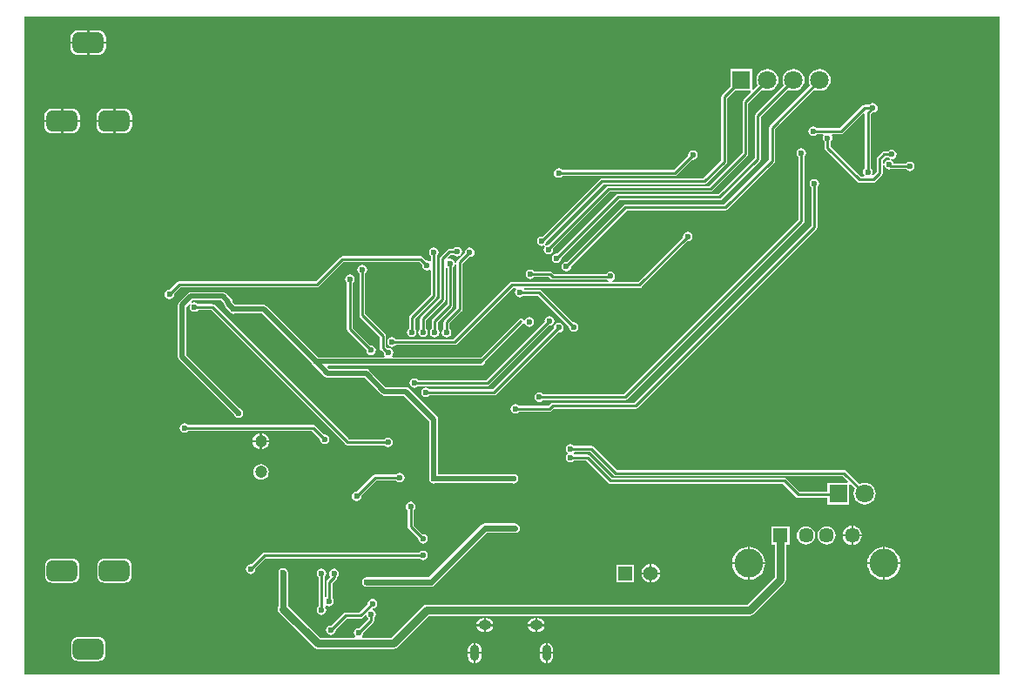
<source format=gbl>
G04*
G04 #@! TF.GenerationSoftware,Altium Limited,Altium Designer,20.0.13 (296)*
G04*
G04 Layer_Physical_Order=2*
G04 Layer_Color=16711680*
%FSLAX25Y25*%
%MOIN*%
G70*
G01*
G75*
%ADD10C,0.00984*%
%ADD11C,0.01968*%
%ADD14C,0.02362*%
%ADD67C,0.07087*%
%ADD73C,0.02953*%
G04:AMPARAMS|DCode=121|XSize=78.74mil|YSize=118.11mil|CornerRadius=19.68mil|HoleSize=0mil|Usage=FLASHONLY|Rotation=90.000|XOffset=0mil|YOffset=0mil|HoleType=Round|Shape=RoundedRectangle|*
%AMROUNDEDRECTD121*
21,1,0.07874,0.07874,0,0,90.0*
21,1,0.03937,0.11811,0,0,90.0*
1,1,0.03937,0.03937,0.01968*
1,1,0.03937,0.03937,-0.01968*
1,1,0.03937,-0.03937,-0.01968*
1,1,0.03937,-0.03937,0.01968*
%
%ADD121ROUNDEDRECTD121*%
%ADD122R,0.07087X0.07087*%
%ADD123R,0.05709X0.05709*%
%ADD124C,0.05709*%
%ADD125C,0.11024*%
%ADD126C,0.04724*%
%ADD127C,0.05512*%
%ADD128R,0.05512X0.05512*%
%ADD129O,0.03543X0.06102*%
%ADD130O,0.04921X0.03740*%
%ADD131C,0.02362*%
%ADD132C,0.01968*%
G36*
X470276Y97835D02*
X96850D01*
Y349803D01*
X470276D01*
Y97835D01*
D02*
G37*
%LPC*%
G36*
X125236Y344630D02*
X121693D01*
Y340276D01*
X128016D01*
Y341850D01*
X127921Y342570D01*
X127644Y343240D01*
X127202Y343816D01*
X126626Y344258D01*
X125956Y344535D01*
X125236Y344630D01*
D02*
G37*
G36*
X120905D02*
X117362D01*
X116643Y344535D01*
X115972Y344258D01*
X115397Y343816D01*
X114955Y343240D01*
X114677Y342570D01*
X114583Y341850D01*
Y340276D01*
X120905D01*
Y344630D01*
D02*
G37*
G36*
X128016Y339488D02*
X121693D01*
Y335134D01*
X125236D01*
X125956Y335228D01*
X126626Y335506D01*
X127202Y335948D01*
X127644Y336524D01*
X127921Y337194D01*
X128016Y337913D01*
Y339488D01*
D02*
G37*
G36*
X120905D02*
X114583D01*
Y337913D01*
X114677Y337194D01*
X114955Y336524D01*
X115397Y335948D01*
X115972Y335506D01*
X116643Y335228D01*
X117362Y335134D01*
X120905D01*
Y339488D01*
D02*
G37*
G36*
X381299Y329800D02*
X380210Y329656D01*
X379195Y329236D01*
X378323Y328567D01*
X377654Y327695D01*
X377233Y326680D01*
X377090Y325590D01*
X377233Y324501D01*
X377631Y323540D01*
X375972Y321882D01*
X375472Y322089D01*
Y329764D01*
X367126D01*
Y323035D01*
X363955Y319864D01*
X363707Y319493D01*
X363620Y319055D01*
Y294765D01*
X356810Y287955D01*
X317913D01*
X317476Y287868D01*
X317104Y287620D01*
X295073Y265588D01*
X294882Y265626D01*
X294175Y265486D01*
X293576Y265085D01*
X293176Y264486D01*
X293035Y263779D01*
X293176Y263073D01*
X293576Y262474D01*
X294175Y262074D01*
X294882Y261933D01*
X295588Y262074D01*
X295656Y262119D01*
X296017Y261758D01*
X295735Y261336D01*
X295594Y260630D01*
X295735Y259923D01*
X296135Y259324D01*
X296734Y258924D01*
X297441Y258783D01*
X298148Y258924D01*
X298747Y259324D01*
X299147Y259923D01*
X299287Y260630D01*
X299217Y260985D01*
X320946Y282714D01*
X359449D01*
X359887Y282801D01*
X360258Y283049D01*
X373644Y296435D01*
X373892Y296806D01*
X373979Y297244D01*
Y316652D01*
X379249Y321923D01*
X380210Y321525D01*
X381299Y321381D01*
X382389Y321525D01*
X383404Y321945D01*
X384276Y322614D01*
X384945Y323486D01*
X385365Y324501D01*
X385508Y325590D01*
X385365Y326680D01*
X384945Y327695D01*
X384276Y328567D01*
X383404Y329236D01*
X382389Y329656D01*
X381299Y329800D01*
D02*
G37*
G36*
X401299D02*
X400210Y329656D01*
X399195Y329236D01*
X398323Y328567D01*
X397654Y327695D01*
X397233Y326680D01*
X397090Y325590D01*
X397233Y324501D01*
X397631Y323540D01*
X382262Y308171D01*
X382014Y307800D01*
X381927Y307362D01*
Y295159D01*
X364684Y277916D01*
X326969D01*
X326531Y277829D01*
X326160Y277581D01*
X304521Y255942D01*
X304331Y255980D01*
X303624Y255840D01*
X303025Y255439D01*
X302625Y254840D01*
X302484Y254134D01*
X302625Y253427D01*
X303025Y252828D01*
X303624Y252428D01*
X304331Y252287D01*
X305037Y252428D01*
X305636Y252828D01*
X306037Y253427D01*
X306177Y254134D01*
X306139Y254325D01*
X327442Y275628D01*
X365158D01*
X365595Y275715D01*
X365966Y275963D01*
X383880Y293876D01*
X384128Y294247D01*
X384215Y294685D01*
Y306888D01*
X399249Y321923D01*
X400210Y321525D01*
X401299Y321381D01*
X402389Y321525D01*
X403404Y321945D01*
X404276Y322614D01*
X404945Y323486D01*
X405365Y324501D01*
X405508Y325590D01*
X405365Y326680D01*
X404945Y327695D01*
X404276Y328567D01*
X403404Y329236D01*
X402389Y329656D01*
X401299Y329800D01*
D02*
G37*
G36*
X391299D02*
X390210Y329656D01*
X389195Y329236D01*
X388323Y328567D01*
X387654Y327695D01*
X387233Y326680D01*
X387090Y325590D01*
X387233Y324501D01*
X387631Y323540D01*
X376750Y312659D01*
X376502Y312288D01*
X376415Y311850D01*
Y295749D01*
X362518Y281853D01*
X324016D01*
X323578Y281766D01*
X323207Y281518D01*
X300781Y259092D01*
X300590Y259130D01*
X299884Y258989D01*
X299285Y258589D01*
X298885Y257990D01*
X298744Y257283D01*
X298885Y256577D01*
X299285Y255978D01*
X299884Y255577D01*
X300590Y255437D01*
X301297Y255577D01*
X301896Y255978D01*
X302296Y256577D01*
X302437Y257283D01*
X302399Y257474D01*
X324490Y279565D01*
X362992D01*
X363430Y279652D01*
X363801Y279900D01*
X378368Y294467D01*
X378616Y294838D01*
X378703Y295276D01*
Y311377D01*
X389249Y321923D01*
X390210Y321525D01*
X391299Y321381D01*
X392389Y321525D01*
X393404Y321945D01*
X394276Y322614D01*
X394945Y323486D01*
X395365Y324501D01*
X395508Y325590D01*
X395365Y326680D01*
X394945Y327695D01*
X394276Y328567D01*
X393404Y329236D01*
X392389Y329656D01*
X391299Y329800D01*
D02*
G37*
G36*
X421654Y316807D02*
X420947Y316667D01*
X420348Y316266D01*
X420240Y316105D01*
X418504D01*
X418066Y316018D01*
X417695Y315770D01*
X408975Y307049D01*
X400233D01*
X400125Y307211D01*
X399525Y307611D01*
X398819Y307752D01*
X398112Y307611D01*
X397513Y307211D01*
X397113Y306612D01*
X396972Y305906D01*
X397113Y305199D01*
X397513Y304600D01*
X398112Y304200D01*
X398819Y304059D01*
X399525Y304200D01*
X400125Y304600D01*
X400233Y304762D01*
X402497D01*
X402764Y304261D01*
X402625Y304053D01*
X402484Y303346D01*
X402625Y302640D01*
X403025Y302041D01*
X403187Y301933D01*
Y299606D01*
X403274Y299168D01*
X403522Y298797D01*
X415727Y286593D01*
X416098Y286345D01*
X416535Y286258D01*
X421850D01*
X422288Y286345D01*
X422659Y286593D01*
X425022Y288955D01*
X425270Y289326D01*
X425357Y289764D01*
Y294802D01*
X426458Y295903D01*
X427523D01*
X427631Y295742D01*
X428143Y295399D01*
X428230Y295341D01*
X428067Y294895D01*
X427996Y294909D01*
X427756Y294957D01*
X427049Y294816D01*
X426450Y294416D01*
X426050Y293817D01*
X425909Y293110D01*
X426050Y292404D01*
X426450Y291805D01*
X427049Y291404D01*
X427756Y291264D01*
X428333Y291378D01*
X428346Y291376D01*
X434413D01*
X434521Y291214D01*
X435120Y290814D01*
X435827Y290673D01*
X436533Y290814D01*
X437132Y291214D01*
X437533Y291813D01*
X437673Y292520D01*
X437533Y293226D01*
X437132Y293825D01*
X436533Y294226D01*
X435827Y294366D01*
X435120Y294226D01*
X434521Y293825D01*
X434413Y293664D01*
X429492D01*
X429462Y293817D01*
X429062Y294416D01*
X428549Y294758D01*
X428463Y294816D01*
X428626Y295263D01*
X428697Y295249D01*
X428937Y295201D01*
X429644Y295341D01*
X430243Y295742D01*
X430643Y296341D01*
X430784Y297047D01*
X430643Y297754D01*
X430243Y298353D01*
X429644Y298753D01*
X428937Y298894D01*
X428230Y298753D01*
X427631Y298353D01*
X427523Y298191D01*
X425984D01*
X425547Y298104D01*
X425175Y297856D01*
X423404Y296084D01*
X423156Y295713D01*
X423069Y295276D01*
Y290238D01*
X421594Y288763D01*
X421429Y288805D01*
X421209Y289375D01*
X421391Y289648D01*
X421531Y290354D01*
X421391Y291061D01*
X420991Y291660D01*
X420829Y291768D01*
Y312518D01*
X421463Y313152D01*
X421654Y313114D01*
X422360Y313255D01*
X422959Y313655D01*
X423359Y314254D01*
X423500Y314961D01*
X423359Y315667D01*
X422959Y316266D01*
X422360Y316667D01*
X421654Y316807D01*
D02*
G37*
G36*
X135236Y314630D02*
X131693D01*
Y310276D01*
X138016D01*
Y311850D01*
X137921Y312570D01*
X137644Y313240D01*
X137202Y313816D01*
X136626Y314258D01*
X135956Y314535D01*
X135236Y314630D01*
D02*
G37*
G36*
X115236D02*
X111693D01*
Y310276D01*
X118016D01*
Y311850D01*
X117921Y312570D01*
X117643Y313240D01*
X117202Y313816D01*
X116626Y314258D01*
X115956Y314535D01*
X115236Y314630D01*
D02*
G37*
G36*
X130905D02*
X127362D01*
X126643Y314535D01*
X125972Y314258D01*
X125397Y313816D01*
X124955Y313240D01*
X124677Y312570D01*
X124583Y311850D01*
Y310276D01*
X130905D01*
Y314630D01*
D02*
G37*
G36*
X110906D02*
X107362D01*
X106643Y314535D01*
X105972Y314258D01*
X105397Y313816D01*
X104955Y313240D01*
X104677Y312570D01*
X104583Y311850D01*
Y310276D01*
X110906D01*
Y314630D01*
D02*
G37*
G36*
X138016Y309488D02*
X131693D01*
Y305134D01*
X135236D01*
X135956Y305228D01*
X136626Y305506D01*
X137202Y305948D01*
X137644Y306523D01*
X137921Y307194D01*
X138016Y307913D01*
Y309488D01*
D02*
G37*
G36*
X130905D02*
X124583D01*
Y307913D01*
X124677Y307194D01*
X124955Y306523D01*
X125397Y305948D01*
X125972Y305506D01*
X126643Y305228D01*
X127362Y305134D01*
X130905D01*
Y309488D01*
D02*
G37*
G36*
X118016D02*
X111693D01*
Y305134D01*
X115236D01*
X115956Y305228D01*
X116626Y305506D01*
X117202Y305948D01*
X117643Y306523D01*
X117921Y307194D01*
X118016Y307913D01*
Y309488D01*
D02*
G37*
G36*
X110906D02*
X104583D01*
Y307913D01*
X104677Y307194D01*
X104955Y306523D01*
X105397Y305948D01*
X105972Y305506D01*
X106643Y305228D01*
X107362Y305134D01*
X110906D01*
Y309488D01*
D02*
G37*
G36*
X352756Y298697D02*
X352049Y298556D01*
X351450Y298156D01*
X351050Y297557D01*
X350909Y296850D01*
X350947Y296660D01*
X345392Y291105D01*
X302792D01*
X302684Y291266D01*
X302085Y291667D01*
X301378Y291807D01*
X300671Y291667D01*
X300072Y291266D01*
X299672Y290667D01*
X299531Y289961D01*
X299672Y289254D01*
X300072Y288655D01*
X300671Y288255D01*
X301378Y288114D01*
X302085Y288255D01*
X302684Y288655D01*
X302792Y288817D01*
X345866D01*
X346304Y288904D01*
X346675Y289152D01*
X352565Y295042D01*
X352756Y295004D01*
X353463Y295145D01*
X354062Y295545D01*
X354462Y296144D01*
X354602Y296850D01*
X354462Y297557D01*
X354062Y298156D01*
X353463Y298556D01*
X352756Y298697D01*
D02*
G37*
G36*
X350787Y267398D02*
X350081Y267257D01*
X349482Y266857D01*
X349081Y266258D01*
X348941Y265551D01*
X348979Y265360D01*
X331810Y248191D01*
X321836D01*
X321770Y248688D01*
X322369Y249088D01*
X322769Y249687D01*
X322909Y250394D01*
X322769Y251100D01*
X322369Y251699D01*
X321770Y252100D01*
X321063Y252240D01*
X320356Y252100D01*
X319757Y251699D01*
X319518Y251341D01*
X299490D01*
X298840Y251990D01*
X298469Y252238D01*
X298031Y252325D01*
X291965D01*
X291857Y252487D01*
X291258Y252887D01*
X290551Y253028D01*
X289845Y252887D01*
X289246Y252487D01*
X288845Y251888D01*
X288705Y251181D01*
X288845Y250475D01*
X289246Y249875D01*
X289845Y249475D01*
X290551Y249335D01*
X291258Y249475D01*
X291857Y249875D01*
X291965Y250037D01*
X297558D01*
X298207Y249388D01*
X298578Y249140D01*
X299016Y249053D01*
X319810D01*
X320356Y248688D01*
X320289Y248191D01*
X283465D01*
X283027Y248104D01*
X282656Y247856D01*
X261140Y226341D01*
X239012D01*
X238904Y226502D01*
X238305Y226903D01*
X237598Y227043D01*
X236892Y226903D01*
X236293Y226502D01*
X235893Y225904D01*
X235752Y225197D01*
X235893Y224490D01*
X236293Y223891D01*
X236892Y223491D01*
X237598Y223350D01*
X238305Y223491D01*
X238904Y223891D01*
X239012Y224053D01*
X261614D01*
X262052Y224140D01*
X262423Y224388D01*
X283938Y245903D01*
X284965D01*
X285116Y245403D01*
X285112Y245400D01*
X284711Y244801D01*
X284571Y244094D01*
X284711Y243388D01*
X285112Y242789D01*
X285711Y242389D01*
X286417Y242248D01*
X287124Y242389D01*
X287723Y242789D01*
X287831Y242951D01*
X293424D01*
X305278Y231096D01*
X305240Y230906D01*
X305381Y230199D01*
X305781Y229600D01*
X306380Y229200D01*
X307087Y229059D01*
X307793Y229200D01*
X308392Y229600D01*
X308792Y230199D01*
X308933Y230906D01*
X308792Y231612D01*
X308392Y232211D01*
X307793Y232611D01*
X307087Y232752D01*
X306896Y232714D01*
X294707Y244903D01*
X294335Y245151D01*
X293898Y245238D01*
X288181D01*
X288060Y245403D01*
X288314Y245903D01*
X332283D01*
X332721Y245990D01*
X333092Y246238D01*
X350597Y263743D01*
X350787Y263705D01*
X351494Y263845D01*
X352093Y264246D01*
X352493Y264845D01*
X352634Y265551D01*
X352493Y266258D01*
X352093Y266857D01*
X351494Y267257D01*
X350787Y267398D01*
D02*
G37*
G36*
X262598Y261689D02*
X261892Y261548D01*
X261293Y261148D01*
X261185Y260986D01*
X259646D01*
X259208Y260899D01*
X258837Y260651D01*
X256081Y257896D01*
X255833Y257524D01*
X255746Y257087D01*
Y242009D01*
X248601Y234864D01*
X248353Y234493D01*
X248265Y234055D01*
Y230351D01*
X248104Y230243D01*
X247704Y229644D01*
X247563Y228937D01*
X247704Y228230D01*
X248104Y227631D01*
X248703Y227231D01*
X249410Y227091D01*
X250116Y227231D01*
X250715Y227631D01*
X251115Y228230D01*
X251256Y228937D01*
X251115Y229644D01*
X250715Y230243D01*
X250553Y230351D01*
Y233581D01*
X257699Y240726D01*
X257947Y241098D01*
X258034Y241535D01*
Y253418D01*
X258534Y253672D01*
X258699Y253552D01*
Y239647D01*
X253128Y234077D01*
X252880Y233705D01*
X252793Y233268D01*
Y230154D01*
X252631Y230046D01*
X252231Y229447D01*
X252091Y228740D01*
X252231Y228033D01*
X252631Y227434D01*
X253230Y227034D01*
X253937Y226894D01*
X254644Y227034D01*
X255243Y227434D01*
X255643Y228033D01*
X255784Y228740D01*
X255643Y229447D01*
X255243Y230046D01*
X255081Y230154D01*
Y232794D01*
X260651Y238364D01*
X260899Y238735D01*
X260986Y239173D01*
Y253901D01*
X261148Y254009D01*
X261548Y254608D01*
X261689Y255315D01*
X261548Y256022D01*
X261148Y256621D01*
X260549Y257021D01*
X259842Y257161D01*
X259136Y257021D01*
X258857Y257436D01*
X260120Y258699D01*
X261185D01*
X261293Y258537D01*
X261892Y258137D01*
X262598Y257996D01*
X263305Y258137D01*
X263859Y258506D01*
X264177Y258118D01*
X262577Y256518D01*
X262329Y256147D01*
X262242Y255709D01*
Y238269D01*
X257656Y233683D01*
X257408Y233312D01*
X257321Y232874D01*
Y230154D01*
X257159Y230046D01*
X256759Y229447D01*
X256618Y228740D01*
X256759Y228033D01*
X257159Y227434D01*
X257758Y227034D01*
X258465Y226894D01*
X259171Y227034D01*
X259770Y227434D01*
X260171Y228033D01*
X260311Y228740D01*
X260171Y229447D01*
X259770Y230046D01*
X259609Y230154D01*
Y232400D01*
X264195Y236986D01*
X264443Y237357D01*
X264530Y237795D01*
Y255235D01*
X267132Y257837D01*
X267323Y257799D01*
X268029Y257940D01*
X268629Y258340D01*
X269029Y258939D01*
X269169Y259646D01*
X269029Y260352D01*
X268629Y260951D01*
X268029Y261352D01*
X267323Y261492D01*
X266616Y261352D01*
X266017Y260951D01*
X265617Y260352D01*
X265476Y259646D01*
X265514Y259455D01*
X264323Y258264D01*
X263934Y258582D01*
X264304Y259136D01*
X264445Y259842D01*
X264304Y260549D01*
X263904Y261148D01*
X263305Y261548D01*
X262598Y261689D01*
D02*
G37*
G36*
X253543Y261492D02*
X252837Y261352D01*
X252238Y260951D01*
X251837Y260352D01*
X251697Y259646D01*
X251837Y258939D01*
X252238Y258340D01*
X252399Y258232D01*
Y256362D01*
X251899Y256094D01*
X251691Y256234D01*
X250984Y256374D01*
X250794Y256336D01*
X249431Y257699D01*
X249060Y257947D01*
X248622Y258034D01*
X218504D01*
X218066Y257947D01*
X217695Y257699D01*
X208384Y248388D01*
X156102D01*
X155665Y248301D01*
X155293Y248053D01*
X152553Y245312D01*
X152362Y245350D01*
X151656Y245210D01*
X151057Y244810D01*
X150656Y244211D01*
X150516Y243504D01*
X150656Y242797D01*
X151057Y242198D01*
X151656Y241798D01*
X152362Y241657D01*
X153069Y241798D01*
X153668Y242198D01*
X154068Y242797D01*
X154209Y243504D01*
X154171Y243695D01*
X156576Y246100D01*
X208858D01*
X209296Y246187D01*
X209667Y246435D01*
X218978Y255746D01*
X248148D01*
X249176Y254718D01*
X249138Y254528D01*
X249278Y253821D01*
X249679Y253222D01*
X250278Y252822D01*
X250984Y252681D01*
X251691Y252822D01*
X251899Y252961D01*
X252399Y252694D01*
Y243387D01*
X244467Y235455D01*
X244219Y235084D01*
X244132Y234646D01*
Y230482D01*
X243773Y230243D01*
X243373Y229644D01*
X243232Y228937D01*
X243373Y228230D01*
X243773Y227631D01*
X244372Y227231D01*
X245079Y227091D01*
X245785Y227231D01*
X246384Y227631D01*
X246785Y228230D01*
X246925Y228937D01*
X246785Y229644D01*
X246420Y230190D01*
Y234172D01*
X254352Y242104D01*
X254600Y242476D01*
X254687Y242913D01*
Y258232D01*
X254849Y258340D01*
X255249Y258939D01*
X255390Y259646D01*
X255249Y260352D01*
X254849Y260951D01*
X254250Y261352D01*
X253543Y261492D01*
D02*
G37*
G36*
X297835Y235114D02*
X297128Y234974D01*
X296529Y234573D01*
X296129Y233974D01*
X295988Y233268D01*
X296026Y233077D01*
X273542Y210593D01*
X247477D01*
X247369Y210754D01*
X246770Y211155D01*
X246063Y211295D01*
X245356Y211155D01*
X244757Y210754D01*
X244357Y210155D01*
X244216Y209449D01*
X244357Y208742D01*
X244757Y208143D01*
X245356Y207743D01*
X246063Y207602D01*
X246770Y207743D01*
X247369Y208143D01*
X247477Y208305D01*
X274016D01*
X274453Y208392D01*
X274825Y208640D01*
X297644Y231459D01*
X297835Y231421D01*
X298541Y231562D01*
X299140Y231962D01*
X299541Y232561D01*
X299681Y233268D01*
X299541Y233974D01*
X299140Y234573D01*
X298541Y234974D01*
X297835Y235114D01*
D02*
G37*
G36*
X301378Y232555D02*
X300671Y232415D01*
X300072Y232014D01*
X299672Y231415D01*
X299531Y230709D01*
X299569Y230518D01*
X276101Y207049D01*
X252004D01*
X251896Y207211D01*
X251297Y207611D01*
X250590Y207752D01*
X249884Y207611D01*
X249285Y207211D01*
X248885Y206612D01*
X248744Y205906D01*
X248885Y205199D01*
X249285Y204600D01*
X249884Y204200D01*
X250590Y204059D01*
X251297Y204200D01*
X251896Y204600D01*
X252004Y204762D01*
X276575D01*
X277013Y204849D01*
X277384Y205097D01*
X301187Y228900D01*
X301378Y228862D01*
X302085Y229003D01*
X302684Y229403D01*
X303084Y230002D01*
X303224Y230709D01*
X303084Y231415D01*
X302684Y232014D01*
X302085Y232415D01*
X301378Y232555D01*
D02*
G37*
G36*
X221457Y251059D02*
X220750Y250919D01*
X220151Y250518D01*
X219751Y249919D01*
X219610Y249213D01*
X219751Y248506D01*
X220151Y247907D01*
X220313Y247799D01*
Y230118D01*
X220400Y229680D01*
X220648Y229309D01*
X227719Y222238D01*
X227681Y222047D01*
X227822Y221341D01*
X228222Y220742D01*
X228821Y220341D01*
X229528Y220201D01*
X230234Y220341D01*
X230833Y220742D01*
X231234Y221341D01*
X231374Y222047D01*
X231234Y222754D01*
X230833Y223353D01*
X230234Y223753D01*
X229528Y223894D01*
X229337Y223856D01*
X222601Y230592D01*
Y247799D01*
X222762Y247907D01*
X223163Y248506D01*
X223303Y249213D01*
X223163Y249919D01*
X222762Y250518D01*
X222163Y250919D01*
X221457Y251059D01*
D02*
G37*
G36*
X226181Y254799D02*
X225475Y254659D01*
X224875Y254258D01*
X224475Y253659D01*
X224335Y252953D01*
X224475Y252246D01*
X224875Y251647D01*
X225037Y251539D01*
Y235433D01*
X225124Y234995D01*
X225372Y234624D01*
X232911Y227085D01*
Y222835D01*
X232998Y222397D01*
X233246Y222026D01*
X233617Y221778D01*
X233687Y221764D01*
X234376Y221074D01*
X234374Y221063D01*
X234514Y220356D01*
X234845Y219862D01*
X234675Y219362D01*
X209261D01*
X209171Y219423D01*
X209065Y219444D01*
X189550Y238959D01*
X189016Y239316D01*
X188386Y239441D01*
X177765D01*
X177675Y239501D01*
X177569Y239522D01*
X176594Y240498D01*
X176611Y240586D01*
X176486Y241216D01*
X176129Y241750D01*
X173998Y243880D01*
X173465Y244237D01*
X172835Y244362D01*
X160630D01*
X160000Y244237D01*
X159466Y243880D01*
X156120Y240534D01*
X155763Y240000D01*
X155638Y239370D01*
Y219488D01*
X155763Y218858D01*
X156120Y218324D01*
X177013Y197431D01*
X177034Y197325D01*
X177435Y196726D01*
X178033Y196326D01*
X178740Y196185D01*
X179447Y196326D01*
X180046Y196726D01*
X180446Y197325D01*
X180587Y198031D01*
X180446Y198738D01*
X180046Y199337D01*
X179447Y199737D01*
X179341Y199759D01*
X158929Y220170D01*
Y238688D01*
X160044Y239803D01*
X160432Y239484D01*
X160302Y239289D01*
X160161Y238583D01*
X160302Y237876D01*
X160702Y237277D01*
X161301Y236877D01*
X162008Y236736D01*
X162715Y236877D01*
X163313Y237277D01*
X163422Y237439D01*
X168424D01*
X219860Y186002D01*
X220232Y185754D01*
X220669Y185667D01*
X234610D01*
X234718Y185505D01*
X235317Y185105D01*
X236024Y184965D01*
X236730Y185105D01*
X237329Y185505D01*
X237730Y186104D01*
X237870Y186811D01*
X237730Y187518D01*
X237329Y188117D01*
X236730Y188517D01*
X236024Y188657D01*
X235317Y188517D01*
X234718Y188117D01*
X234610Y187955D01*
X221143D01*
X169707Y239392D01*
X169335Y239640D01*
X168898Y239727D01*
X163422D01*
X163313Y239888D01*
X162715Y240289D01*
X162008Y240429D01*
X161301Y240289D01*
X161106Y240159D01*
X160788Y240547D01*
X161312Y241071D01*
X172153D01*
X173337Y239887D01*
X173319Y239798D01*
X173445Y239169D01*
X173802Y238635D01*
X175241Y237195D01*
X175263Y237089D01*
X175663Y236490D01*
X176262Y236089D01*
X176969Y235949D01*
X177675Y236089D01*
X177765Y236150D01*
X187704D01*
X206737Y217116D01*
X206759Y217010D01*
X207159Y216411D01*
X207758Y216011D01*
X207864Y215989D01*
X211828Y212025D01*
X212362Y211668D01*
X212992Y211543D01*
X227074D01*
X233482Y205135D01*
X234016Y204779D01*
X234646Y204653D01*
X242232D01*
X251898Y194988D01*
Y173631D01*
X251837Y173541D01*
X251697Y172835D01*
X251837Y172128D01*
X252238Y171529D01*
X252837Y171129D01*
X253543Y170988D01*
X254250Y171129D01*
X254340Y171189D01*
X283259D01*
X283348Y171129D01*
X284055Y170988D01*
X284762Y171129D01*
X285361Y171529D01*
X285761Y172128D01*
X285902Y172835D01*
X285761Y173541D01*
X285361Y174140D01*
X284762Y174541D01*
X284055Y174681D01*
X283348Y174541D01*
X283259Y174480D01*
X255189D01*
Y195669D01*
X255064Y196299D01*
X254707Y196833D01*
X244077Y207463D01*
X243543Y207820D01*
X242913Y207945D01*
X235327D01*
X228920Y214353D01*
X228386Y214709D01*
X227756Y214835D01*
X213674D01*
X212900Y215609D01*
X213091Y216071D01*
X271654D01*
X272283Y216196D01*
X272817Y216553D01*
X273174Y217087D01*
X273299Y217717D01*
X273295Y217740D01*
X287817Y232262D01*
X287899Y232384D01*
X288429Y232279D01*
X288452Y232167D01*
X288852Y231568D01*
X289451Y231168D01*
X290158Y231028D01*
X290864Y231168D01*
X291463Y231568D01*
X291863Y232167D01*
X292004Y232874D01*
X291863Y233581D01*
X291463Y234180D01*
X290864Y234580D01*
X290158Y234720D01*
X289451Y234580D01*
X288852Y234180D01*
X288512Y233671D01*
X288480Y233659D01*
X288146Y233634D01*
X287959Y233667D01*
X287817Y233880D01*
X287446Y234128D01*
X287008Y234215D01*
X286570Y234128D01*
X286199Y233880D01*
X271677Y219358D01*
X271654Y219362D01*
X237767D01*
X237596Y219862D01*
X237926Y220356D01*
X238067Y221063D01*
X237926Y221770D01*
X237526Y222369D01*
X236927Y222769D01*
X236221Y222909D01*
X235851Y222836D01*
X235199Y223487D01*
Y227559D01*
X235112Y227997D01*
X234864Y228368D01*
X227325Y235907D01*
Y251539D01*
X227487Y251647D01*
X227887Y252246D01*
X228028Y252953D01*
X227887Y253659D01*
X227487Y254258D01*
X226888Y254659D01*
X226181Y254799D01*
D02*
G37*
G36*
X394291Y299484D02*
X393585Y299344D01*
X392986Y298943D01*
X392585Y298344D01*
X392445Y297638D01*
X392585Y296931D01*
X392986Y296332D01*
X393147Y296224D01*
Y272127D01*
X326298Y205278D01*
X295344D01*
X295302Y205341D01*
X294703Y205741D01*
X293996Y205882D01*
X293289Y205741D01*
X292690Y205341D01*
X292290Y204742D01*
X292150Y204035D01*
X292290Y203329D01*
X292690Y202730D01*
X293289Y202329D01*
X293996Y202189D01*
X294703Y202329D01*
X295302Y202730D01*
X295476Y202990D01*
X326772D01*
X327209Y203077D01*
X327581Y203325D01*
X395100Y270845D01*
X395348Y271216D01*
X395435Y271654D01*
Y296224D01*
X395597Y296332D01*
X395997Y296931D01*
X396138Y297638D01*
X395997Y298344D01*
X395597Y298943D01*
X394998Y299344D01*
X394291Y299484D01*
D02*
G37*
G36*
X399213Y287673D02*
X398506Y287533D01*
X397907Y287132D01*
X397507Y286533D01*
X397366Y285827D01*
X397507Y285120D01*
X397907Y284521D01*
X398069Y284413D01*
Y269765D01*
X330235Y201931D01*
X299016D01*
X298578Y201844D01*
X298207Y201596D01*
X297361Y200750D01*
X286256D01*
X286148Y200912D01*
X285549Y201312D01*
X284842Y201453D01*
X284136Y201312D01*
X283537Y200912D01*
X283137Y200313D01*
X282996Y199606D01*
X283137Y198900D01*
X283537Y198301D01*
X284136Y197900D01*
X284842Y197760D01*
X285549Y197900D01*
X286148Y198301D01*
X286256Y198462D01*
X297835D01*
X298272Y198549D01*
X298644Y198797D01*
X299490Y199643D01*
X330709D01*
X331147Y199731D01*
X331518Y199978D01*
X400022Y268482D01*
X400270Y268853D01*
X400357Y269291D01*
Y284413D01*
X400518Y284521D01*
X400918Y285120D01*
X401059Y285827D01*
X400918Y286533D01*
X400518Y287132D01*
X399919Y287533D01*
X399213Y287673D01*
D02*
G37*
G36*
X187795Y190330D02*
Y187598D01*
X190526D01*
X190470Y188027D01*
X190153Y188793D01*
X189648Y189451D01*
X188990Y189956D01*
X188224Y190273D01*
X187795Y190330D01*
D02*
G37*
G36*
X187008D02*
X186579Y190273D01*
X185813Y189956D01*
X185155Y189451D01*
X184650Y188793D01*
X184333Y188027D01*
X184277Y187598D01*
X187008D01*
Y190330D01*
D02*
G37*
G36*
X158071Y194169D02*
X157364Y194029D01*
X156765Y193629D01*
X156365Y193029D01*
X156224Y192323D01*
X156365Y191616D01*
X156765Y191017D01*
X157364Y190617D01*
X158071Y190476D01*
X158777Y190617D01*
X159377Y191017D01*
X159485Y191179D01*
X207007D01*
X210002Y188183D01*
X209964Y187992D01*
X210105Y187285D01*
X210505Y186687D01*
X211104Y186286D01*
X211811Y186146D01*
X212518Y186286D01*
X213117Y186687D01*
X213517Y187285D01*
X213657Y187992D01*
X213517Y188699D01*
X213117Y189298D01*
X212518Y189698D01*
X211811Y189839D01*
X211620Y189801D01*
X208289Y193132D01*
X207918Y193380D01*
X207480Y193467D01*
X159485D01*
X159377Y193629D01*
X158777Y194029D01*
X158071Y194169D01*
D02*
G37*
G36*
X187008Y186811D02*
X184277D01*
X184333Y186382D01*
X184650Y185616D01*
X185155Y184958D01*
X185813Y184453D01*
X186579Y184136D01*
X187008Y184080D01*
Y186811D01*
D02*
G37*
G36*
X190526D02*
X187795D01*
Y184080D01*
X188224Y184136D01*
X188990Y184453D01*
X189648Y184958D01*
X190153Y185616D01*
X190470Y186382D01*
X190526Y186811D01*
D02*
G37*
G36*
X187402Y178412D02*
X186620Y178309D01*
X185893Y178007D01*
X185268Y177528D01*
X184788Y176903D01*
X184486Y176175D01*
X184384Y175394D01*
X184486Y174613D01*
X184788Y173885D01*
X185268Y173260D01*
X185893Y172780D01*
X186620Y172479D01*
X187402Y172376D01*
X188183Y172479D01*
X188910Y172780D01*
X189536Y173260D01*
X190015Y173885D01*
X190317Y174613D01*
X190419Y175394D01*
X190317Y176175D01*
X190015Y176903D01*
X189536Y177528D01*
X188910Y178007D01*
X188183Y178309D01*
X187402Y178412D01*
D02*
G37*
G36*
X240551Y175075D02*
X239844Y174934D01*
X239246Y174534D01*
X239138Y174372D01*
X231102D01*
X230665Y174285D01*
X230293Y174037D01*
X224206Y167950D01*
X224016Y167988D01*
X223309Y167848D01*
X222710Y167447D01*
X222310Y166848D01*
X222169Y166142D01*
X222310Y165435D01*
X222710Y164836D01*
X223309Y164436D01*
X224016Y164295D01*
X224722Y164436D01*
X225321Y164836D01*
X225722Y165435D01*
X225862Y166142D01*
X225824Y166332D01*
X231576Y172084D01*
X239138D01*
X239246Y171923D01*
X239844Y171522D01*
X240551Y171382D01*
X241258Y171522D01*
X241857Y171923D01*
X242257Y172522D01*
X242398Y173228D01*
X242257Y173935D01*
X241857Y174534D01*
X241258Y174934D01*
X240551Y175075D01*
D02*
G37*
G36*
X305906Y186099D02*
X305199Y185958D01*
X304600Y185558D01*
X304200Y184959D01*
X304059Y184252D01*
X304200Y183545D01*
X304600Y182946D01*
X304776Y182829D01*
Y182329D01*
X304600Y182211D01*
X304200Y181612D01*
X304059Y180905D01*
X304200Y180199D01*
X304600Y179600D01*
X305199Y179200D01*
X305906Y179059D01*
X306612Y179200D01*
X307211Y179600D01*
X307319Y179762D01*
X311928D01*
X320451Y171238D01*
X320822Y170990D01*
X321260Y170903D01*
X387321D01*
X392301Y165923D01*
X392672Y165675D01*
X393110Y165588D01*
X404331D01*
Y162953D01*
X412677D01*
Y170628D01*
X413177Y170835D01*
X414836Y169176D01*
X414438Y168215D01*
X414295Y167126D01*
X414438Y166037D01*
X414859Y165021D01*
X415528Y164150D01*
X416399Y163481D01*
X417415Y163060D01*
X418504Y162917D01*
X419593Y163060D01*
X420609Y163481D01*
X421480Y164150D01*
X422149Y165021D01*
X422570Y166037D01*
X422713Y167126D01*
X422570Y168215D01*
X422149Y169231D01*
X421480Y170102D01*
X420609Y170771D01*
X419593Y171192D01*
X418504Y171335D01*
X417415Y171192D01*
X416454Y170794D01*
X411439Y175809D01*
X411068Y176057D01*
X410630Y176144D01*
X323702D01*
X314785Y185061D01*
X314414Y185309D01*
X313976Y185396D01*
X307319D01*
X307211Y185558D01*
X306612Y185958D01*
X305906Y186099D01*
D02*
G37*
G36*
X414173Y154779D02*
Y151551D01*
X417401D01*
X417327Y152108D01*
X416961Y152994D01*
X416377Y153755D01*
X415616Y154339D01*
X414730Y154706D01*
X414173Y154779D01*
D02*
G37*
G36*
X413386D02*
X412829Y154706D01*
X411943Y154339D01*
X411182Y153755D01*
X410599Y152994D01*
X410231Y152108D01*
X410158Y151551D01*
X413386D01*
Y154779D01*
D02*
G37*
G36*
X244685Y164051D02*
X243978Y163911D01*
X243379Y163510D01*
X242979Y162911D01*
X242839Y162205D01*
X242979Y161498D01*
X243379Y160899D01*
X243541Y160791D01*
Y154527D01*
X243628Y154090D01*
X243876Y153719D01*
X247601Y149994D01*
X247563Y149803D01*
X247704Y149097D01*
X248104Y148497D01*
X248703Y148097D01*
X249409Y147957D01*
X250116Y148097D01*
X250715Y148497D01*
X251115Y149097D01*
X251256Y149803D01*
X251115Y150510D01*
X250715Y151109D01*
X250116Y151509D01*
X249409Y151650D01*
X249219Y151612D01*
X245829Y155001D01*
Y160791D01*
X245991Y160899D01*
X246391Y161498D01*
X246532Y162205D01*
X246391Y162911D01*
X245991Y163510D01*
X245392Y163911D01*
X244685Y164051D01*
D02*
G37*
G36*
X403937Y154672D02*
X403027Y154552D01*
X402180Y154201D01*
X401452Y153642D01*
X400893Y152915D01*
X400542Y152067D01*
X400423Y151157D01*
X400542Y150248D01*
X400893Y149400D01*
X401452Y148672D01*
X402180Y148114D01*
X403027Y147763D01*
X403937Y147643D01*
X404847Y147763D01*
X405694Y148114D01*
X406422Y148672D01*
X406981Y149400D01*
X407332Y150248D01*
X407451Y151157D01*
X407332Y152067D01*
X406981Y152915D01*
X406422Y153642D01*
X405694Y154201D01*
X404847Y154552D01*
X403937Y154672D01*
D02*
G37*
G36*
X396063D02*
X395153Y154552D01*
X394306Y154201D01*
X393578Y153642D01*
X393020Y152915D01*
X392668Y152067D01*
X392549Y151157D01*
X392668Y150248D01*
X393020Y149400D01*
X393578Y148672D01*
X394306Y148114D01*
X395153Y147763D01*
X396063Y147643D01*
X396973Y147763D01*
X397820Y148114D01*
X398548Y148672D01*
X399107Y149400D01*
X399458Y150248D01*
X399577Y151157D01*
X399458Y152067D01*
X399107Y152915D01*
X398548Y153642D01*
X397820Y154201D01*
X396973Y154552D01*
X396063Y154672D01*
D02*
G37*
G36*
X417401Y150764D02*
X414173D01*
Y147536D01*
X414730Y147609D01*
X415616Y147976D01*
X416377Y148560D01*
X416961Y149321D01*
X417327Y150207D01*
X417401Y150764D01*
D02*
G37*
G36*
X413386D02*
X410158D01*
X410231Y150207D01*
X410599Y149321D01*
X411182Y148560D01*
X411943Y147976D01*
X412829Y147609D01*
X413386Y147536D01*
Y150764D01*
D02*
G37*
G36*
X249409Y145350D02*
X248703Y145210D01*
X248104Y144810D01*
X247996Y144648D01*
X188779D01*
X188342Y144561D01*
X187971Y144313D01*
X183655Y139998D01*
X183465Y140035D01*
X182758Y139895D01*
X182159Y139495D01*
X181759Y138896D01*
X181618Y138189D01*
X181759Y137482D01*
X182159Y136883D01*
X182758Y136483D01*
X183465Y136343D01*
X184171Y136483D01*
X184770Y136883D01*
X185170Y137482D01*
X185311Y138189D01*
X185273Y138380D01*
X189253Y142360D01*
X247996D01*
X248104Y142198D01*
X248703Y141798D01*
X249409Y141657D01*
X250116Y141798D01*
X250715Y142198D01*
X251115Y142797D01*
X251256Y143504D01*
X251115Y144211D01*
X250715Y144810D01*
X250116Y145210D01*
X249409Y145350D01*
D02*
G37*
G36*
X426260Y146779D02*
Y140882D01*
X432157D01*
X432074Y141723D01*
X431714Y142911D01*
X431129Y144005D01*
X430342Y144964D01*
X429383Y145751D01*
X428288Y146336D01*
X427101Y146696D01*
X426260Y146779D01*
D02*
G37*
G36*
X425472D02*
X424631Y146696D01*
X423444Y146336D01*
X422350Y145751D01*
X421390Y144964D01*
X420603Y144005D01*
X420018Y142911D01*
X419658Y141723D01*
X419575Y140882D01*
X425472D01*
Y146779D01*
D02*
G37*
G36*
X374528D02*
Y140882D01*
X380425D01*
X380342Y141723D01*
X379982Y142911D01*
X379397Y144005D01*
X378610Y144964D01*
X377650Y145751D01*
X376556Y146336D01*
X375369Y146696D01*
X374528Y146779D01*
D02*
G37*
G36*
X373740D02*
X372899Y146696D01*
X371712Y146336D01*
X370617Y145751D01*
X369658Y144964D01*
X368871Y144005D01*
X368286Y142911D01*
X367926Y141723D01*
X367843Y140882D01*
X373740D01*
Y146779D01*
D02*
G37*
G36*
X337008Y140136D02*
Y137008D01*
X340136D01*
X340066Y137539D01*
X339709Y138401D01*
X339141Y139141D01*
X338401Y139709D01*
X337539Y140066D01*
X337008Y140136D01*
D02*
G37*
G36*
X336221D02*
X335689Y140066D01*
X334827Y139709D01*
X334087Y139141D01*
X333519Y138401D01*
X333162Y137539D01*
X333092Y137008D01*
X336221D01*
Y140136D01*
D02*
G37*
G36*
X432157Y140094D02*
X426260D01*
Y134197D01*
X427101Y134280D01*
X428288Y134640D01*
X429383Y135225D01*
X430342Y136012D01*
X431129Y136972D01*
X431714Y138066D01*
X432074Y139253D01*
X432157Y140094D01*
D02*
G37*
G36*
X425472D02*
X419575D01*
X419658Y139253D01*
X420018Y138066D01*
X420603Y136972D01*
X421390Y136012D01*
X422350Y135225D01*
X423444Y134640D01*
X424631Y134280D01*
X425472Y134197D01*
Y140094D01*
D02*
G37*
G36*
X380425D02*
X374528D01*
Y134197D01*
X375369Y134280D01*
X376556Y134640D01*
X377650Y135225D01*
X378610Y136012D01*
X379397Y136972D01*
X379982Y138066D01*
X380342Y139253D01*
X380425Y140094D01*
D02*
G37*
G36*
X373740D02*
X367843D01*
X367926Y139253D01*
X368286Y138066D01*
X368871Y136972D01*
X369658Y136012D01*
X370617Y135225D01*
X371712Y134640D01*
X372899Y134280D01*
X373740Y134197D01*
Y140094D01*
D02*
G37*
G36*
X330157Y140000D02*
X323386D01*
Y133228D01*
X330157D01*
Y140000D01*
D02*
G37*
G36*
X340136Y136221D02*
X337008D01*
Y133092D01*
X337539Y133162D01*
X338401Y133519D01*
X339141Y134087D01*
X339709Y134827D01*
X340066Y135689D01*
X340136Y136221D01*
D02*
G37*
G36*
X336221D02*
X333092D01*
X333162Y135689D01*
X333519Y134827D01*
X334087Y134087D01*
X334827Y133519D01*
X335689Y133162D01*
X336221Y133092D01*
Y136221D01*
D02*
G37*
G36*
X135236Y142188D02*
X127362D01*
X126684Y142098D01*
X126052Y141837D01*
X125509Y141420D01*
X125092Y140877D01*
X124831Y140245D01*
X124741Y139567D01*
Y135630D01*
X124831Y134952D01*
X125092Y134319D01*
X125509Y133777D01*
X126052Y133360D01*
X126684Y133098D01*
X127362Y133009D01*
X135236D01*
X135915Y133098D01*
X136547Y133360D01*
X137090Y133777D01*
X137506Y134319D01*
X137768Y134952D01*
X137857Y135630D01*
Y139567D01*
X137768Y140245D01*
X137506Y140877D01*
X137090Y141420D01*
X136547Y141837D01*
X135915Y142098D01*
X135236Y142188D01*
D02*
G37*
G36*
X115236D02*
X107362D01*
X106684Y142098D01*
X106052Y141837D01*
X105509Y141420D01*
X105093Y140877D01*
X104831Y140245D01*
X104741Y139567D01*
Y135630D01*
X104831Y134952D01*
X105093Y134319D01*
X105509Y133777D01*
X106052Y133360D01*
X106684Y133098D01*
X107362Y133009D01*
X115236D01*
X115915Y133098D01*
X116547Y133360D01*
X117089Y133777D01*
X117506Y134319D01*
X117768Y134952D01*
X117857Y135630D01*
Y139567D01*
X117768Y140245D01*
X117506Y140877D01*
X117089Y141420D01*
X116547Y141837D01*
X115915Y142098D01*
X115236Y142188D01*
D02*
G37*
G36*
X284646Y155783D02*
X273031D01*
X272325Y155643D01*
X271726Y155243D01*
X251597Y135114D01*
X227953D01*
X227246Y134974D01*
X226647Y134573D01*
X226247Y133974D01*
X226106Y133268D01*
X226247Y132561D01*
X226647Y131962D01*
X227246Y131562D01*
X227953Y131421D01*
X252362D01*
X253069Y131562D01*
X253668Y131962D01*
X273796Y152091D01*
X284646D01*
X285352Y152231D01*
X285951Y152631D01*
X286352Y153230D01*
X286492Y153937D01*
X286352Y154644D01*
X285951Y155243D01*
X285352Y155643D01*
X284646Y155783D01*
D02*
G37*
G36*
X215354Y138461D02*
X214648Y138320D01*
X214049Y137920D01*
X213648Y137321D01*
X213508Y136614D01*
X213648Y135907D01*
X214031Y135334D01*
X212774Y134077D01*
X212526Y133705D01*
X212439Y133268D01*
Y127699D01*
X212274Y127595D01*
X211774Y127873D01*
Y135201D01*
X211936Y135309D01*
X212336Y135907D01*
X212476Y136614D01*
X212336Y137321D01*
X211936Y137920D01*
X211336Y138320D01*
X210630Y138461D01*
X209923Y138320D01*
X209324Y137920D01*
X208924Y137321D01*
X208783Y136614D01*
X208924Y135907D01*
X209324Y135309D01*
X209486Y135201D01*
Y123855D01*
X209324Y123747D01*
X208924Y123148D01*
X208783Y122441D01*
X208924Y121734D01*
X209324Y121135D01*
X209923Y120735D01*
X210630Y120594D01*
X211336Y120735D01*
X211936Y121135D01*
X212336Y121734D01*
X212476Y122441D01*
X212336Y123148D01*
X211994Y123660D01*
X212013Y123925D01*
X212289Y124117D01*
X212551Y124167D01*
X212679Y124082D01*
X213386Y123941D01*
X214092Y124082D01*
X214691Y124482D01*
X215092Y125081D01*
X215232Y125787D01*
X215092Y126494D01*
X214727Y127040D01*
Y132794D01*
X216163Y134230D01*
X216411Y134601D01*
X216498Y135039D01*
Y135201D01*
X216660Y135309D01*
X217060Y135907D01*
X217201Y136614D01*
X217060Y137321D01*
X216660Y137920D01*
X216061Y138320D01*
X215354Y138461D01*
D02*
G37*
G36*
X273729Y119413D02*
X273533D01*
Y117126D01*
X276358D01*
X276318Y117426D01*
X276051Y118072D01*
X275625Y118628D01*
X275069Y119054D01*
X274423Y119321D01*
X273729Y119413D01*
D02*
G37*
G36*
X293414D02*
X293217D01*
Y117126D01*
X296043D01*
X296003Y117426D01*
X295736Y118072D01*
X295310Y118628D01*
X294755Y119054D01*
X294108Y119321D01*
X293414Y119413D01*
D02*
G37*
G36*
X272745D02*
X272548D01*
X271854Y119321D01*
X271208Y119054D01*
X270653Y118628D01*
X270227Y118072D01*
X269959Y117426D01*
X269920Y117126D01*
X272745D01*
Y119413D01*
D02*
G37*
G36*
X292430D02*
X292233D01*
X291540Y119321D01*
X290893Y119054D01*
X290338Y118628D01*
X289912Y118072D01*
X289644Y117426D01*
X289605Y117126D01*
X292430D01*
Y119413D01*
D02*
G37*
G36*
X296043Y116339D02*
X293217D01*
Y114052D01*
X293414D01*
X294108Y114143D01*
X294755Y114411D01*
X295310Y114837D01*
X295736Y115392D01*
X296003Y116039D01*
X296043Y116339D01*
D02*
G37*
G36*
X292430D02*
X289605D01*
X289644Y116039D01*
X289912Y115392D01*
X290338Y114837D01*
X290893Y114411D01*
X291540Y114143D01*
X292233Y114052D01*
X292430D01*
Y116339D01*
D02*
G37*
G36*
X276358D02*
X273533D01*
Y114052D01*
X273729D01*
X274423Y114143D01*
X275069Y114411D01*
X275625Y114837D01*
X276051Y115392D01*
X276318Y116039D01*
X276358Y116339D01*
D02*
G37*
G36*
X272745D02*
X269920D01*
X269959Y116039D01*
X270227Y115392D01*
X270653Y114837D01*
X271208Y114411D01*
X271854Y114143D01*
X272548Y114052D01*
X272745D01*
Y116339D01*
D02*
G37*
G36*
X389705Y154642D02*
X382736D01*
Y147673D01*
X384073D01*
Y135142D01*
X373520Y124589D01*
X250787D01*
X249966Y124425D01*
X249269Y123960D01*
X237299Y111990D01*
X226285D01*
X226139Y112392D01*
X226120Y112490D01*
X226509Y113073D01*
X226650Y113779D01*
X226612Y113970D01*
X230386Y117744D01*
X230634Y118115D01*
X230721Y118553D01*
Y119453D01*
X230882Y119561D01*
X231283Y120159D01*
X231423Y120866D01*
X231283Y121573D01*
X230882Y122172D01*
X230470Y122448D01*
X230302Y122980D01*
X230307Y123077D01*
X230402Y123210D01*
X230825Y123294D01*
X231424Y123694D01*
X231824Y124293D01*
X231965Y125000D01*
X231824Y125707D01*
X231424Y126306D01*
X230825Y126706D01*
X230118Y126847D01*
X229412Y126706D01*
X228812Y126306D01*
X228412Y125707D01*
X228272Y125000D01*
X228309Y124809D01*
X225052Y121551D01*
X219817D01*
X219379Y121464D01*
X219008Y121216D01*
X214364Y116572D01*
X214173Y116610D01*
X213467Y116470D01*
X212867Y116069D01*
X212467Y115470D01*
X212327Y114764D01*
X212467Y114057D01*
X212867Y113458D01*
X213467Y113058D01*
X214173Y112917D01*
X214880Y113058D01*
X215479Y113458D01*
X215879Y114057D01*
X216020Y114764D01*
X215982Y114954D01*
X220291Y119263D01*
X225525D01*
X225963Y119351D01*
X226335Y119598D01*
X227284Y120548D01*
X227826Y120383D01*
X227871Y120159D01*
X228271Y119561D01*
X228364Y119499D01*
X228395Y118989D01*
X224994Y115588D01*
X224803Y115626D01*
X224096Y115486D01*
X223498Y115085D01*
X223097Y114486D01*
X222957Y113779D01*
X223097Y113073D01*
X223487Y112490D01*
X223468Y112392D01*
X223322Y111990D01*
X209945D01*
X197713Y124222D01*
Y136811D01*
X197572Y137518D01*
X197172Y138117D01*
X196573Y138517D01*
X195866Y138657D01*
X195159Y138517D01*
X194561Y138117D01*
X194160Y137518D01*
X194020Y136811D01*
Y124059D01*
X193882Y123853D01*
X193719Y123031D01*
X193882Y122210D01*
X194348Y121513D01*
X207537Y108324D01*
X208233Y107858D01*
X209055Y107695D01*
X238189D01*
X239011Y107858D01*
X239707Y108324D01*
X251677Y120293D01*
X374410D01*
X375231Y120457D01*
X375928Y120922D01*
X387739Y132733D01*
X388205Y133430D01*
X388368Y134252D01*
Y147673D01*
X389705D01*
Y154642D01*
D02*
G37*
G36*
X297154Y109911D02*
Y106496D01*
X299342D01*
Y107382D01*
X299254Y108050D01*
X298996Y108672D01*
X298586Y109207D01*
X298051Y109617D01*
X297429Y109875D01*
X297154Y109911D01*
D02*
G37*
G36*
X296367D02*
X296093Y109875D01*
X295470Y109617D01*
X294936Y109207D01*
X294526Y108672D01*
X294268Y108050D01*
X294180Y107382D01*
Y106496D01*
X296367D01*
Y109911D01*
D02*
G37*
G36*
X269596D02*
Y106496D01*
X271783D01*
Y107382D01*
X271695Y108050D01*
X271437Y108672D01*
X271027Y109207D01*
X270492Y109617D01*
X269870Y109875D01*
X269596Y109911D01*
D02*
G37*
G36*
X268808D02*
X268534Y109875D01*
X267911Y109617D01*
X267377Y109207D01*
X266966Y108672D01*
X266709Y108050D01*
X266621Y107382D01*
Y106496D01*
X268808D01*
Y109911D01*
D02*
G37*
G36*
X125236Y112188D02*
X117362D01*
X116684Y112099D01*
X116052Y111837D01*
X115509Y111420D01*
X115093Y110877D01*
X114831Y110245D01*
X114741Y109567D01*
Y105630D01*
X114831Y104952D01*
X115093Y104320D01*
X115509Y103777D01*
X116052Y103360D01*
X116684Y103098D01*
X117362Y103009D01*
X125236D01*
X125915Y103098D01*
X126547Y103360D01*
X127090Y103777D01*
X127506Y104320D01*
X127768Y104952D01*
X127857Y105630D01*
Y109567D01*
X127768Y110245D01*
X127506Y110877D01*
X127090Y111420D01*
X126547Y111837D01*
X125915Y112099D01*
X125236Y112188D01*
D02*
G37*
G36*
X271783Y105709D02*
X269596D01*
Y102294D01*
X269870Y102330D01*
X270492Y102587D01*
X271027Y102998D01*
X271437Y103532D01*
X271695Y104155D01*
X271783Y104823D01*
Y105709D01*
D02*
G37*
G36*
X296367Y105709D02*
X294180D01*
Y104823D01*
X294268Y104155D01*
X294526Y103532D01*
X294936Y102998D01*
X295470Y102587D01*
X296093Y102330D01*
X296367Y102294D01*
Y105709D01*
D02*
G37*
G36*
X299342D02*
X297154D01*
Y102294D01*
X297429Y102330D01*
X298051Y102587D01*
X298586Y102998D01*
X298996Y103532D01*
X299254Y104155D01*
X299342Y104823D01*
Y105709D01*
D02*
G37*
G36*
X268808Y105709D02*
X266621D01*
Y104823D01*
X266709Y104155D01*
X266966Y103532D01*
X267377Y102998D01*
X267911Y102587D01*
X268534Y102330D01*
X268808Y102294D01*
Y105709D01*
D02*
G37*
%LPD*%
G36*
X375008Y320917D02*
X372026Y317935D01*
X371778Y317564D01*
X371691Y317126D01*
Y297718D01*
X358975Y285002D01*
X320472D01*
X320035Y284915D01*
X319664Y284667D01*
X297467Y262471D01*
X297441Y262476D01*
X296734Y262336D01*
X296666Y262291D01*
X296306Y262651D01*
X296588Y263073D01*
X296728Y263779D01*
X296691Y263970D01*
X318387Y285667D01*
X357283D01*
X357721Y285754D01*
X358092Y286002D01*
X365573Y293482D01*
X365821Y293853D01*
X365908Y294291D01*
Y318581D01*
X368744Y321417D01*
X374801D01*
X375008Y320917D01*
D02*
G37*
G36*
X418541Y312673D02*
Y291768D01*
X418379Y291660D01*
X417979Y291061D01*
X417838Y290354D01*
X417979Y289648D01*
X418379Y289049D01*
X418384Y289046D01*
X418232Y288546D01*
X417009D01*
X405475Y300080D01*
Y301933D01*
X405636Y302041D01*
X406037Y302640D01*
X406177Y303346D01*
X406037Y304053D01*
X405897Y304261D01*
X406165Y304762D01*
X409449D01*
X409887Y304849D01*
X410258Y305097D01*
X418041Y312880D01*
X418541Y312673D01*
D02*
G37*
G36*
X322419Y174191D02*
X322791Y173943D01*
X323228Y173856D01*
X410156D01*
X412213Y171799D01*
X412006Y171299D01*
X404331D01*
Y167876D01*
X393584D01*
X388604Y172856D01*
X388233Y173104D01*
X387795Y173191D01*
X321734D01*
X313211Y181714D01*
X312839Y181962D01*
X312402Y182050D01*
X307319D01*
X307211Y182211D01*
X307130Y182265D01*
X307097Y182787D01*
X307420Y183108D01*
X313503D01*
X322419Y174191D01*
D02*
G37*
D10*
X424213Y295276D02*
X425984Y297047D01*
X428937D01*
X424213Y289764D02*
Y295276D01*
X421850Y287402D02*
X424213Y289764D01*
X416535Y287402D02*
X421850D01*
X419685Y290354D02*
Y312992D01*
X421654Y314961D01*
X404331Y299606D02*
Y303346D01*
Y299606D02*
X416535Y287402D01*
X158071Y192323D02*
X207480D01*
X211811Y187992D01*
X174965Y239798D02*
Y240586D01*
X162008Y238583D02*
X168898D01*
X220669Y186811D02*
X236024D01*
X168898Y238583D02*
X220669Y186811D01*
X208465Y217717D02*
X208465D01*
X221457Y230118D02*
Y249213D01*
Y230118D02*
X229528Y222047D01*
X345866Y289961D02*
X352756Y296850D01*
X301378Y289961D02*
X345866D01*
X410630Y175000D02*
X418504Y167126D01*
X323228Y175000D02*
X410630D01*
X408110Y166732D02*
X408504Y167126D01*
X393110Y166732D02*
X408110D01*
X387795Y172047D02*
X393110Y166732D01*
X321260Y172047D02*
X387795D01*
X383071Y307362D02*
X401299Y325590D01*
X383071Y294685D02*
Y307362D01*
X365158Y276772D02*
X383071Y294685D01*
X377559Y311850D02*
X391299Y325590D01*
X377559Y295276D02*
Y311850D01*
X362992Y280709D02*
X377559Y295276D01*
X359449Y283858D02*
X372835Y297244D01*
Y317126D01*
X381299Y325590D01*
X364764Y319055D02*
X371299Y325590D01*
X357283Y286811D02*
X364764Y294291D01*
Y319055D01*
X330709Y200787D02*
X399213Y269291D01*
Y285827D01*
X326772Y204134D02*
X394291Y271654D01*
Y297638D01*
X304331Y254134D02*
X326969Y276772D01*
X365158D01*
X324016Y280709D02*
X362992D01*
X300590Y257283D02*
X324016Y280709D01*
X297441Y260827D02*
X320472Y283858D01*
X359449D01*
X297441Y260630D02*
Y260827D01*
X317913Y286811D02*
X357283D01*
X294882Y263779D02*
X317913Y286811D01*
X293996Y204035D02*
X294094Y204134D01*
X326772D01*
X299016Y200787D02*
X330709D01*
X297835Y199606D02*
X299016Y200787D01*
X286417Y244094D02*
X293898D01*
X290551Y251181D02*
X298031D01*
X299016Y250197D01*
X320866D01*
X321063Y250394D01*
X293898Y244094D02*
X307087Y230906D01*
X261614Y225197D02*
X283465Y247047D01*
X237598Y225197D02*
X261614D01*
X283465Y247047D02*
X332283D01*
X274016Y209449D02*
X297835Y233268D01*
X246063Y209449D02*
X274016D01*
X305906Y184252D02*
X313976D01*
X323228Y175000D01*
X312402Y180905D02*
X321260Y172047D01*
X305906Y180905D02*
X312402D01*
X258465Y228740D02*
Y232874D01*
X263386Y237795D01*
Y255709D02*
X267323Y259646D01*
X263386Y237795D02*
Y255709D01*
X249410Y228937D02*
Y234055D01*
X256890Y241535D01*
Y257087D01*
X259646Y259842D02*
X262598D01*
X256890Y257087D02*
X259646Y259842D01*
X253937Y228740D02*
Y233268D01*
X259842Y239173D02*
Y255315D01*
X253937Y233268D02*
X259842Y239173D01*
X245276Y229134D02*
Y234646D01*
X245079Y228937D02*
X245276Y229134D01*
Y234646D02*
X253543Y242913D01*
Y259646D01*
X284842Y199606D02*
X297835D01*
X218504Y256890D02*
X248622D01*
X250984Y254528D01*
X156102Y247244D02*
X208858D01*
X218504Y256890D01*
X152362Y243504D02*
X156102Y247244D01*
X226181Y235433D02*
Y252953D01*
Y235433D02*
X234055Y227559D01*
X236006Y221063D02*
X236221D01*
X234234Y222835D02*
X236006Y221063D01*
X234055Y222835D02*
X234234D01*
X234055D02*
Y227559D01*
X271654Y217717D02*
X287008Y233071D01*
X332283Y247047D02*
X350787Y265551D01*
X250590Y205906D02*
X276575D01*
X301378Y230709D01*
X188779Y143504D02*
X249409D01*
X183465Y138189D02*
X188779Y143504D01*
X210630Y122441D02*
Y136614D01*
X213583Y133268D02*
X215354Y135039D01*
X213583Y125984D02*
Y133268D01*
X215354Y135039D02*
Y136614D01*
X213386Y125787D02*
X213583Y125984D01*
X231102Y173228D02*
X240551D01*
X224016Y166142D02*
X231102Y173228D01*
X244685Y154527D02*
X249409Y149803D01*
X244685Y154527D02*
Y162205D01*
X219817Y120407D02*
X225525D01*
X230118Y125000D01*
X224803Y113779D02*
X229577Y118553D01*
Y120866D01*
X214173Y114764D02*
X219817Y120407D01*
X409449Y305906D02*
X418504Y314961D01*
X421654D01*
X398819Y305906D02*
X409449D01*
X427756Y293110D02*
X428346Y292520D01*
X435827D01*
D11*
X172835Y242717D02*
X174965Y240586D01*
Y239798D02*
X176969Y237795D01*
X160630Y242717D02*
X172835D01*
X157283Y219488D02*
Y239370D01*
X160630Y242717D01*
X157283Y219488D02*
X178740Y198031D01*
X176969Y237795D02*
X188386D01*
X208465Y217717D01*
X208465D02*
X271654D01*
X253543Y172835D02*
Y195669D01*
X242913Y206299D02*
X253543Y195669D01*
X227756Y213189D02*
X234646Y206299D01*
X242913D01*
X212992Y213189D02*
X227756D01*
X208465Y217717D02*
X212992Y213189D01*
X253543Y172835D02*
X284055D01*
D14*
X195866Y123031D02*
Y136811D01*
X227953Y133268D02*
X252362D01*
X273031Y153937D01*
X284646D01*
D67*
X418504Y167126D02*
D03*
X401299Y325590D02*
D03*
X391299D02*
D03*
X381299D02*
D03*
D73*
X386221Y134252D02*
Y151157D01*
X374410Y122441D02*
X386221Y134252D01*
X195866Y123031D02*
X209055Y109843D01*
X238189D01*
X250787Y122441D01*
X374410D01*
D121*
X121299Y107598D02*
D03*
X111299Y137598D02*
D03*
X131299D02*
D03*
Y309882D02*
D03*
X111299D02*
D03*
X121299Y339882D02*
D03*
D122*
X408504Y167126D02*
D03*
X371299Y325590D02*
D03*
D123*
X386221Y151157D02*
D03*
D124*
X396063D02*
D03*
X403937D02*
D03*
X413779D02*
D03*
D125*
X374134Y140488D02*
D03*
X425866D02*
D03*
D126*
X187402Y187205D02*
D03*
Y175394D02*
D03*
D127*
X336614Y136614D02*
D03*
D128*
X326772D02*
D03*
D129*
X269202Y106102D02*
D03*
X296761D02*
D03*
D130*
X273139Y116732D02*
D03*
X292824D02*
D03*
D131*
X456693Y283465D02*
D03*
X460630Y275591D02*
D03*
Y244095D02*
D03*
X456693Y236221D02*
D03*
X460630Y228347D02*
D03*
X456693Y220473D02*
D03*
X460630Y212598D02*
D03*
X456693Y204725D02*
D03*
X460630Y196851D02*
D03*
Y165354D02*
D03*
X456693Y157480D02*
D03*
X448819Y283465D02*
D03*
X452756Y275591D02*
D03*
Y244095D02*
D03*
X448819Y236221D02*
D03*
X452756Y228347D02*
D03*
X448819Y220473D02*
D03*
X452756Y212598D02*
D03*
X448819Y204725D02*
D03*
X452756Y196851D02*
D03*
Y165354D02*
D03*
X448819Y157480D02*
D03*
X444882Y275591D02*
D03*
X440945Y267717D02*
D03*
X444882Y244095D02*
D03*
Y228347D02*
D03*
X440945Y220473D02*
D03*
X444882Y212598D02*
D03*
Y196851D02*
D03*
X440945Y173228D02*
D03*
X444882Y165354D02*
D03*
X440945Y157480D02*
D03*
X437008Y275591D02*
D03*
X433071Y267717D02*
D03*
X437008Y259843D02*
D03*
Y244095D02*
D03*
Y196851D02*
D03*
Y181103D02*
D03*
X433071Y173228D02*
D03*
X437008Y165354D02*
D03*
X433071Y157480D02*
D03*
X429134Y275591D02*
D03*
X425197Y267717D02*
D03*
X429134Y244095D02*
D03*
X425197Y173228D02*
D03*
X429134Y165354D02*
D03*
X425197Y157480D02*
D03*
X255906Y338583D02*
D03*
X251969Y330709D02*
D03*
X248032Y338583D02*
D03*
X244095Y330709D02*
D03*
X240158Y338583D02*
D03*
X236221Y330709D02*
D03*
X240158Y322835D02*
D03*
X236221Y314961D02*
D03*
Y299213D02*
D03*
X232284Y338583D02*
D03*
X228347Y330709D02*
D03*
X232284Y322835D02*
D03*
X228347Y314961D02*
D03*
X224410Y338583D02*
D03*
X220473Y330709D02*
D03*
X224410Y322835D02*
D03*
X220473Y314961D02*
D03*
X224410Y307087D02*
D03*
X220473Y299213D02*
D03*
X216536Y338583D02*
D03*
X212598Y330709D02*
D03*
X216536Y322835D02*
D03*
X212598Y314961D02*
D03*
X216536Y307087D02*
D03*
X212598Y299213D02*
D03*
X208662Y338583D02*
D03*
X204725Y330709D02*
D03*
X208662Y322835D02*
D03*
X204725Y314961D02*
D03*
X208662Y307087D02*
D03*
X204725Y299213D02*
D03*
X200787Y338583D02*
D03*
Y322835D02*
D03*
X196851Y314961D02*
D03*
X192913Y322835D02*
D03*
X188977Y314961D02*
D03*
X181103Y299213D02*
D03*
X177165Y322835D02*
D03*
X173228Y314961D02*
D03*
X177165Y307087D02*
D03*
X173228Y299213D02*
D03*
X169291Y338583D02*
D03*
X165354Y330709D02*
D03*
X161417Y338583D02*
D03*
X153543D02*
D03*
X149606Y330709D02*
D03*
X153543Y307087D02*
D03*
X145669Y338583D02*
D03*
X141732Y330709D02*
D03*
X145669Y322835D02*
D03*
Y307087D02*
D03*
X141732Y299213D02*
D03*
X428937Y297047D02*
D03*
X419685Y290354D02*
D03*
X436417Y296457D02*
D03*
X404331Y303346D02*
D03*
X211811Y187992D02*
D03*
X158071Y192323D02*
D03*
X176969Y237795D02*
D03*
X178740Y198031D02*
D03*
X237598Y228543D02*
D03*
X252756Y203150D02*
D03*
X242520Y209449D02*
D03*
X183661Y157874D02*
D03*
X197441Y157677D02*
D03*
X242126Y308465D02*
D03*
X241732Y286811D02*
D03*
X297441Y282677D02*
D03*
X426772Y320669D02*
D03*
X436417Y309055D02*
D03*
X400591Y265158D02*
D03*
X382087Y167323D02*
D03*
X238976Y124409D02*
D03*
X200591Y220669D02*
D03*
X183858Y241732D02*
D03*
X218701Y164764D02*
D03*
X245472Y139567D02*
D03*
X257283Y164764D02*
D03*
X301575Y198228D02*
D03*
Y221457D02*
D03*
X278937Y220276D02*
D03*
X221457Y249213D02*
D03*
X301378Y289961D02*
D03*
X399213Y285827D02*
D03*
X394291Y297638D02*
D03*
X350787Y265551D02*
D03*
X304331Y254134D02*
D03*
X300590Y257283D02*
D03*
X297441Y260630D02*
D03*
X294882Y263779D02*
D03*
X286417Y244094D02*
D03*
X290551Y251181D02*
D03*
X297835Y233268D02*
D03*
X321063Y250394D02*
D03*
X305906Y184252D02*
D03*
Y180905D02*
D03*
X258465Y228740D02*
D03*
X249410Y228937D02*
D03*
X253937Y228740D02*
D03*
X259842Y255315D02*
D03*
X245079Y228937D02*
D03*
X267323Y259646D02*
D03*
X262598Y259842D02*
D03*
X253543Y259646D02*
D03*
X352756Y296850D02*
D03*
X250984Y254528D02*
D03*
X152362Y243504D02*
D03*
X236024Y186811D02*
D03*
X162008Y238583D02*
D03*
X229528Y222047D02*
D03*
X226181Y252953D02*
D03*
X236221Y221063D02*
D03*
X237598Y225197D02*
D03*
X284842Y199606D02*
D03*
X293996Y204035D02*
D03*
X307087Y230906D02*
D03*
X284055Y172835D02*
D03*
X253543D02*
D03*
X250590Y205906D02*
D03*
X301378Y230709D02*
D03*
X246063Y209449D02*
D03*
X290158Y232874D02*
D03*
X208465Y217717D02*
D03*
X195866Y136811D02*
D03*
X249409Y143504D02*
D03*
X183465Y138189D02*
D03*
X240551Y173228D02*
D03*
X224016Y166142D02*
D03*
X215354Y136614D02*
D03*
X210630D02*
D03*
X227953Y133268D02*
D03*
X284646Y153937D02*
D03*
X249409Y149803D02*
D03*
X244685Y162205D02*
D03*
X213386Y125787D02*
D03*
X210630Y122441D02*
D03*
X230118Y125000D02*
D03*
X229577Y120866D02*
D03*
X214173Y114764D02*
D03*
X224803Y113779D02*
D03*
X398819Y305906D02*
D03*
X427756Y293110D02*
D03*
X435827Y292520D02*
D03*
X421654Y314961D02*
D03*
D132*
X220866Y126047D02*
D03*
Y122772D02*
D03*
X236614Y161221D02*
D03*
X232677D02*
D03*
Y167126D02*
D03*
X236614D02*
D03*
X234646Y164173D02*
D03*
M02*

</source>
